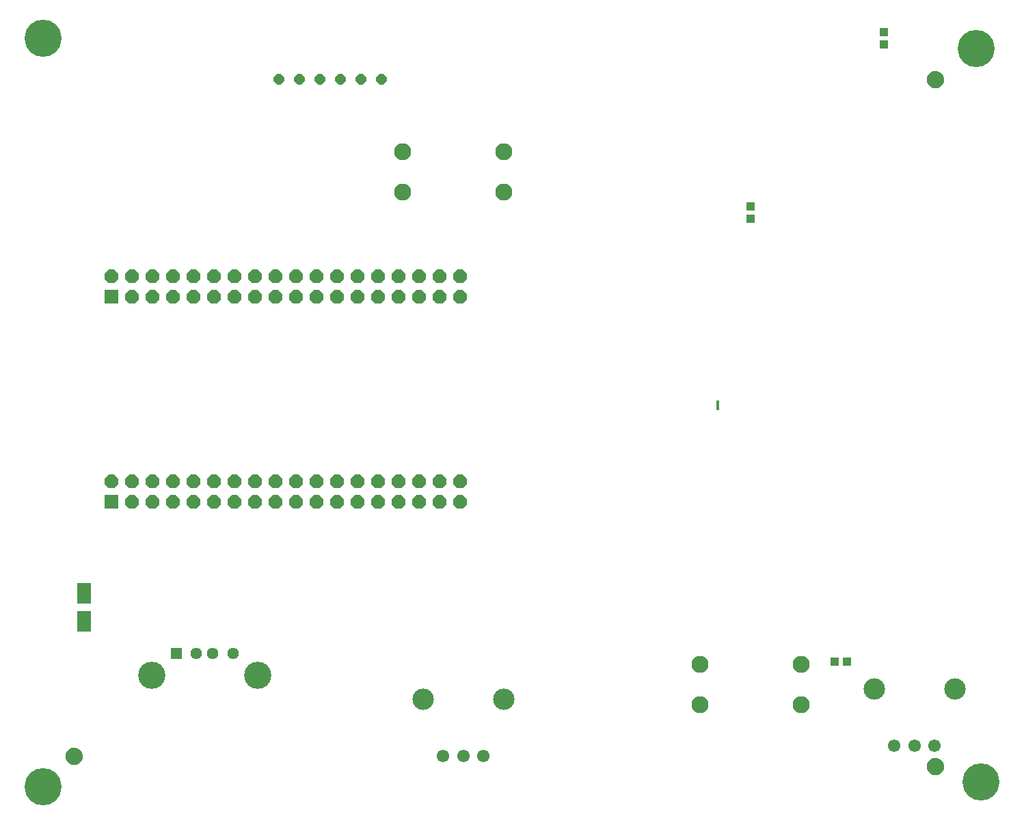
<source format=gbr>
G04 EAGLE Gerber RS-274X export*
G75*
%MOMM*%
%FSLAX34Y34*%
%LPD*%
%INSoldermask Top*%
%IPPOS*%
%AMOC8*
5,1,8,0,0,1.08239X$1,22.5*%
G01*
%ADD10P,1.396628X8X22.500000*%
%ADD11C,1.552400*%
%ADD12C,2.652400*%
%ADD13C,2.112400*%
%ADD14R,1.052400X1.052400*%
%ADD15R,1.676400X1.676400*%
%ADD16P,1.814519X8X22.500000*%
%ADD17R,1.440400X1.440400*%
%ADD18C,1.440400*%
%ADD19C,3.372400*%
%ADD20C,4.597400*%
%ADD21C,0.609600*%
%ADD22C,1.168400*%
%ADD23R,0.300000X1.300000*%
%ADD24R,1.752400X2.652400*%


D10*
X330200Y914400D03*
X355600Y914400D03*
D11*
X1092600Y88900D03*
X1117600Y88900D03*
X1142600Y88900D03*
D12*
X1067600Y158900D03*
X1167600Y158900D03*
D13*
X608600Y825100D03*
X608600Y775100D03*
X483600Y775100D03*
X483600Y825100D03*
D14*
X914400Y756800D03*
X914400Y741800D03*
D15*
X122600Y390900D03*
D16*
X122600Y416300D03*
X148000Y390900D03*
X148000Y416300D03*
X173400Y390900D03*
X173400Y416300D03*
X198800Y390900D03*
X198800Y416300D03*
X224200Y390900D03*
X224200Y416300D03*
X249600Y390900D03*
X249600Y416300D03*
X275000Y390900D03*
X275000Y416300D03*
X300400Y390900D03*
X300400Y416300D03*
X325800Y390900D03*
X325800Y416300D03*
X351200Y390900D03*
X351200Y416300D03*
X376600Y390900D03*
X376600Y416300D03*
X402000Y390900D03*
X402000Y416300D03*
X427400Y390900D03*
X427400Y416300D03*
X452800Y390900D03*
X452800Y416300D03*
X478200Y390900D03*
X478200Y416300D03*
X503600Y390900D03*
X503600Y416300D03*
X529000Y390900D03*
X529000Y416300D03*
X554400Y390900D03*
X554400Y416300D03*
D15*
X122600Y644900D03*
D16*
X122600Y670300D03*
X148000Y644900D03*
X148000Y670300D03*
X173400Y644900D03*
X173400Y670300D03*
X198800Y644900D03*
X198800Y670300D03*
X224200Y644900D03*
X224200Y670300D03*
X249600Y644900D03*
X249600Y670300D03*
X275000Y644900D03*
X275000Y670300D03*
X300400Y644900D03*
X300400Y670300D03*
X325800Y644900D03*
X325800Y670300D03*
X351200Y644900D03*
X351200Y670300D03*
X376600Y644900D03*
X376600Y670300D03*
X402000Y644900D03*
X402000Y670300D03*
X427400Y644900D03*
X427400Y670300D03*
X452800Y644900D03*
X452800Y670300D03*
X478200Y644900D03*
X478200Y670300D03*
X503600Y644900D03*
X503600Y670300D03*
X529000Y644900D03*
X529000Y670300D03*
X554400Y644900D03*
X554400Y670300D03*
D10*
X381000Y914400D03*
X406400Y914400D03*
X431800Y914400D03*
X457200Y914400D03*
D11*
X533800Y76200D03*
X558800Y76200D03*
X583800Y76200D03*
D12*
X508800Y146200D03*
X608800Y146200D03*
D13*
X851900Y140100D03*
X851900Y190100D03*
X976900Y190100D03*
X976900Y140100D03*
D14*
X1018660Y193040D03*
X1033660Y193040D03*
D17*
X203200Y203200D03*
D18*
X228200Y203200D03*
X248200Y203200D03*
X273200Y203200D03*
D19*
X172500Y176100D03*
X303900Y176100D03*
D20*
X38100Y965200D03*
D21*
X68580Y76200D02*
X68582Y76387D01*
X68589Y76574D01*
X68601Y76761D01*
X68617Y76947D01*
X68637Y77133D01*
X68662Y77318D01*
X68692Y77503D01*
X68726Y77687D01*
X68765Y77870D01*
X68808Y78052D01*
X68856Y78232D01*
X68908Y78412D01*
X68965Y78590D01*
X69025Y78767D01*
X69091Y78942D01*
X69160Y79116D01*
X69234Y79288D01*
X69312Y79458D01*
X69394Y79626D01*
X69480Y79792D01*
X69570Y79956D01*
X69664Y80117D01*
X69762Y80277D01*
X69864Y80433D01*
X69970Y80588D01*
X70080Y80739D01*
X70193Y80888D01*
X70310Y81034D01*
X70430Y81177D01*
X70554Y81317D01*
X70681Y81454D01*
X70812Y81588D01*
X70946Y81719D01*
X71083Y81846D01*
X71223Y81970D01*
X71366Y82090D01*
X71512Y82207D01*
X71661Y82320D01*
X71812Y82430D01*
X71967Y82536D01*
X72123Y82638D01*
X72283Y82736D01*
X72444Y82830D01*
X72608Y82920D01*
X72774Y83006D01*
X72942Y83088D01*
X73112Y83166D01*
X73284Y83240D01*
X73458Y83309D01*
X73633Y83375D01*
X73810Y83435D01*
X73988Y83492D01*
X74168Y83544D01*
X74348Y83592D01*
X74530Y83635D01*
X74713Y83674D01*
X74897Y83708D01*
X75082Y83738D01*
X75267Y83763D01*
X75453Y83783D01*
X75639Y83799D01*
X75826Y83811D01*
X76013Y83818D01*
X76200Y83820D01*
X76387Y83818D01*
X76574Y83811D01*
X76761Y83799D01*
X76947Y83783D01*
X77133Y83763D01*
X77318Y83738D01*
X77503Y83708D01*
X77687Y83674D01*
X77870Y83635D01*
X78052Y83592D01*
X78232Y83544D01*
X78412Y83492D01*
X78590Y83435D01*
X78767Y83375D01*
X78942Y83309D01*
X79116Y83240D01*
X79288Y83166D01*
X79458Y83088D01*
X79626Y83006D01*
X79792Y82920D01*
X79956Y82830D01*
X80117Y82736D01*
X80277Y82638D01*
X80433Y82536D01*
X80588Y82430D01*
X80739Y82320D01*
X80888Y82207D01*
X81034Y82090D01*
X81177Y81970D01*
X81317Y81846D01*
X81454Y81719D01*
X81588Y81588D01*
X81719Y81454D01*
X81846Y81317D01*
X81970Y81177D01*
X82090Y81034D01*
X82207Y80888D01*
X82320Y80739D01*
X82430Y80588D01*
X82536Y80433D01*
X82638Y80277D01*
X82736Y80117D01*
X82830Y79956D01*
X82920Y79792D01*
X83006Y79626D01*
X83088Y79458D01*
X83166Y79288D01*
X83240Y79116D01*
X83309Y78942D01*
X83375Y78767D01*
X83435Y78590D01*
X83492Y78412D01*
X83544Y78232D01*
X83592Y78052D01*
X83635Y77870D01*
X83674Y77687D01*
X83708Y77503D01*
X83738Y77318D01*
X83763Y77133D01*
X83783Y76947D01*
X83799Y76761D01*
X83811Y76574D01*
X83818Y76387D01*
X83820Y76200D01*
X83818Y76013D01*
X83811Y75826D01*
X83799Y75639D01*
X83783Y75453D01*
X83763Y75267D01*
X83738Y75082D01*
X83708Y74897D01*
X83674Y74713D01*
X83635Y74530D01*
X83592Y74348D01*
X83544Y74168D01*
X83492Y73988D01*
X83435Y73810D01*
X83375Y73633D01*
X83309Y73458D01*
X83240Y73284D01*
X83166Y73112D01*
X83088Y72942D01*
X83006Y72774D01*
X82920Y72608D01*
X82830Y72444D01*
X82736Y72283D01*
X82638Y72123D01*
X82536Y71967D01*
X82430Y71812D01*
X82320Y71661D01*
X82207Y71512D01*
X82090Y71366D01*
X81970Y71223D01*
X81846Y71083D01*
X81719Y70946D01*
X81588Y70812D01*
X81454Y70681D01*
X81317Y70554D01*
X81177Y70430D01*
X81034Y70310D01*
X80888Y70193D01*
X80739Y70080D01*
X80588Y69970D01*
X80433Y69864D01*
X80277Y69762D01*
X80117Y69664D01*
X79956Y69570D01*
X79792Y69480D01*
X79626Y69394D01*
X79458Y69312D01*
X79288Y69234D01*
X79116Y69160D01*
X78942Y69091D01*
X78767Y69025D01*
X78590Y68965D01*
X78412Y68908D01*
X78232Y68856D01*
X78052Y68808D01*
X77870Y68765D01*
X77687Y68726D01*
X77503Y68692D01*
X77318Y68662D01*
X77133Y68637D01*
X76947Y68617D01*
X76761Y68601D01*
X76574Y68589D01*
X76387Y68582D01*
X76200Y68580D01*
X76013Y68582D01*
X75826Y68589D01*
X75639Y68601D01*
X75453Y68617D01*
X75267Y68637D01*
X75082Y68662D01*
X74897Y68692D01*
X74713Y68726D01*
X74530Y68765D01*
X74348Y68808D01*
X74168Y68856D01*
X73988Y68908D01*
X73810Y68965D01*
X73633Y69025D01*
X73458Y69091D01*
X73284Y69160D01*
X73112Y69234D01*
X72942Y69312D01*
X72774Y69394D01*
X72608Y69480D01*
X72444Y69570D01*
X72283Y69664D01*
X72123Y69762D01*
X71967Y69864D01*
X71812Y69970D01*
X71661Y70080D01*
X71512Y70193D01*
X71366Y70310D01*
X71223Y70430D01*
X71083Y70554D01*
X70946Y70681D01*
X70812Y70812D01*
X70681Y70946D01*
X70554Y71083D01*
X70430Y71223D01*
X70310Y71366D01*
X70193Y71512D01*
X70080Y71661D01*
X69970Y71812D01*
X69864Y71967D01*
X69762Y72123D01*
X69664Y72283D01*
X69570Y72444D01*
X69480Y72608D01*
X69394Y72774D01*
X69312Y72942D01*
X69234Y73112D01*
X69160Y73284D01*
X69091Y73458D01*
X69025Y73633D01*
X68965Y73810D01*
X68908Y73988D01*
X68856Y74168D01*
X68808Y74348D01*
X68765Y74530D01*
X68726Y74713D01*
X68692Y74897D01*
X68662Y75082D01*
X68637Y75267D01*
X68617Y75453D01*
X68601Y75639D01*
X68589Y75826D01*
X68582Y76013D01*
X68580Y76200D01*
D22*
X76200Y76200D03*
D21*
X1135380Y914400D02*
X1135382Y914587D01*
X1135389Y914774D01*
X1135401Y914961D01*
X1135417Y915147D01*
X1135437Y915333D01*
X1135462Y915518D01*
X1135492Y915703D01*
X1135526Y915887D01*
X1135565Y916070D01*
X1135608Y916252D01*
X1135656Y916432D01*
X1135708Y916612D01*
X1135765Y916790D01*
X1135825Y916967D01*
X1135891Y917142D01*
X1135960Y917316D01*
X1136034Y917488D01*
X1136112Y917658D01*
X1136194Y917826D01*
X1136280Y917992D01*
X1136370Y918156D01*
X1136464Y918317D01*
X1136562Y918477D01*
X1136664Y918633D01*
X1136770Y918788D01*
X1136880Y918939D01*
X1136993Y919088D01*
X1137110Y919234D01*
X1137230Y919377D01*
X1137354Y919517D01*
X1137481Y919654D01*
X1137612Y919788D01*
X1137746Y919919D01*
X1137883Y920046D01*
X1138023Y920170D01*
X1138166Y920290D01*
X1138312Y920407D01*
X1138461Y920520D01*
X1138612Y920630D01*
X1138767Y920736D01*
X1138923Y920838D01*
X1139083Y920936D01*
X1139244Y921030D01*
X1139408Y921120D01*
X1139574Y921206D01*
X1139742Y921288D01*
X1139912Y921366D01*
X1140084Y921440D01*
X1140258Y921509D01*
X1140433Y921575D01*
X1140610Y921635D01*
X1140788Y921692D01*
X1140968Y921744D01*
X1141148Y921792D01*
X1141330Y921835D01*
X1141513Y921874D01*
X1141697Y921908D01*
X1141882Y921938D01*
X1142067Y921963D01*
X1142253Y921983D01*
X1142439Y921999D01*
X1142626Y922011D01*
X1142813Y922018D01*
X1143000Y922020D01*
X1143187Y922018D01*
X1143374Y922011D01*
X1143561Y921999D01*
X1143747Y921983D01*
X1143933Y921963D01*
X1144118Y921938D01*
X1144303Y921908D01*
X1144487Y921874D01*
X1144670Y921835D01*
X1144852Y921792D01*
X1145032Y921744D01*
X1145212Y921692D01*
X1145390Y921635D01*
X1145567Y921575D01*
X1145742Y921509D01*
X1145916Y921440D01*
X1146088Y921366D01*
X1146258Y921288D01*
X1146426Y921206D01*
X1146592Y921120D01*
X1146756Y921030D01*
X1146917Y920936D01*
X1147077Y920838D01*
X1147233Y920736D01*
X1147388Y920630D01*
X1147539Y920520D01*
X1147688Y920407D01*
X1147834Y920290D01*
X1147977Y920170D01*
X1148117Y920046D01*
X1148254Y919919D01*
X1148388Y919788D01*
X1148519Y919654D01*
X1148646Y919517D01*
X1148770Y919377D01*
X1148890Y919234D01*
X1149007Y919088D01*
X1149120Y918939D01*
X1149230Y918788D01*
X1149336Y918633D01*
X1149438Y918477D01*
X1149536Y918317D01*
X1149630Y918156D01*
X1149720Y917992D01*
X1149806Y917826D01*
X1149888Y917658D01*
X1149966Y917488D01*
X1150040Y917316D01*
X1150109Y917142D01*
X1150175Y916967D01*
X1150235Y916790D01*
X1150292Y916612D01*
X1150344Y916432D01*
X1150392Y916252D01*
X1150435Y916070D01*
X1150474Y915887D01*
X1150508Y915703D01*
X1150538Y915518D01*
X1150563Y915333D01*
X1150583Y915147D01*
X1150599Y914961D01*
X1150611Y914774D01*
X1150618Y914587D01*
X1150620Y914400D01*
X1150618Y914213D01*
X1150611Y914026D01*
X1150599Y913839D01*
X1150583Y913653D01*
X1150563Y913467D01*
X1150538Y913282D01*
X1150508Y913097D01*
X1150474Y912913D01*
X1150435Y912730D01*
X1150392Y912548D01*
X1150344Y912368D01*
X1150292Y912188D01*
X1150235Y912010D01*
X1150175Y911833D01*
X1150109Y911658D01*
X1150040Y911484D01*
X1149966Y911312D01*
X1149888Y911142D01*
X1149806Y910974D01*
X1149720Y910808D01*
X1149630Y910644D01*
X1149536Y910483D01*
X1149438Y910323D01*
X1149336Y910167D01*
X1149230Y910012D01*
X1149120Y909861D01*
X1149007Y909712D01*
X1148890Y909566D01*
X1148770Y909423D01*
X1148646Y909283D01*
X1148519Y909146D01*
X1148388Y909012D01*
X1148254Y908881D01*
X1148117Y908754D01*
X1147977Y908630D01*
X1147834Y908510D01*
X1147688Y908393D01*
X1147539Y908280D01*
X1147388Y908170D01*
X1147233Y908064D01*
X1147077Y907962D01*
X1146917Y907864D01*
X1146756Y907770D01*
X1146592Y907680D01*
X1146426Y907594D01*
X1146258Y907512D01*
X1146088Y907434D01*
X1145916Y907360D01*
X1145742Y907291D01*
X1145567Y907225D01*
X1145390Y907165D01*
X1145212Y907108D01*
X1145032Y907056D01*
X1144852Y907008D01*
X1144670Y906965D01*
X1144487Y906926D01*
X1144303Y906892D01*
X1144118Y906862D01*
X1143933Y906837D01*
X1143747Y906817D01*
X1143561Y906801D01*
X1143374Y906789D01*
X1143187Y906782D01*
X1143000Y906780D01*
X1142813Y906782D01*
X1142626Y906789D01*
X1142439Y906801D01*
X1142253Y906817D01*
X1142067Y906837D01*
X1141882Y906862D01*
X1141697Y906892D01*
X1141513Y906926D01*
X1141330Y906965D01*
X1141148Y907008D01*
X1140968Y907056D01*
X1140788Y907108D01*
X1140610Y907165D01*
X1140433Y907225D01*
X1140258Y907291D01*
X1140084Y907360D01*
X1139912Y907434D01*
X1139742Y907512D01*
X1139574Y907594D01*
X1139408Y907680D01*
X1139244Y907770D01*
X1139083Y907864D01*
X1138923Y907962D01*
X1138767Y908064D01*
X1138612Y908170D01*
X1138461Y908280D01*
X1138312Y908393D01*
X1138166Y908510D01*
X1138023Y908630D01*
X1137883Y908754D01*
X1137746Y908881D01*
X1137612Y909012D01*
X1137481Y909146D01*
X1137354Y909283D01*
X1137230Y909423D01*
X1137110Y909566D01*
X1136993Y909712D01*
X1136880Y909861D01*
X1136770Y910012D01*
X1136664Y910167D01*
X1136562Y910323D01*
X1136464Y910483D01*
X1136370Y910644D01*
X1136280Y910808D01*
X1136194Y910974D01*
X1136112Y911142D01*
X1136034Y911312D01*
X1135960Y911484D01*
X1135891Y911658D01*
X1135825Y911833D01*
X1135765Y912010D01*
X1135708Y912188D01*
X1135656Y912368D01*
X1135608Y912548D01*
X1135565Y912730D01*
X1135526Y912913D01*
X1135492Y913097D01*
X1135462Y913282D01*
X1135437Y913467D01*
X1135417Y913653D01*
X1135401Y913839D01*
X1135389Y914026D01*
X1135382Y914213D01*
X1135380Y914400D01*
D22*
X1143000Y914400D03*
D21*
X1135380Y63500D02*
X1135382Y63687D01*
X1135389Y63874D01*
X1135401Y64061D01*
X1135417Y64247D01*
X1135437Y64433D01*
X1135462Y64618D01*
X1135492Y64803D01*
X1135526Y64987D01*
X1135565Y65170D01*
X1135608Y65352D01*
X1135656Y65532D01*
X1135708Y65712D01*
X1135765Y65890D01*
X1135825Y66067D01*
X1135891Y66242D01*
X1135960Y66416D01*
X1136034Y66588D01*
X1136112Y66758D01*
X1136194Y66926D01*
X1136280Y67092D01*
X1136370Y67256D01*
X1136464Y67417D01*
X1136562Y67577D01*
X1136664Y67733D01*
X1136770Y67888D01*
X1136880Y68039D01*
X1136993Y68188D01*
X1137110Y68334D01*
X1137230Y68477D01*
X1137354Y68617D01*
X1137481Y68754D01*
X1137612Y68888D01*
X1137746Y69019D01*
X1137883Y69146D01*
X1138023Y69270D01*
X1138166Y69390D01*
X1138312Y69507D01*
X1138461Y69620D01*
X1138612Y69730D01*
X1138767Y69836D01*
X1138923Y69938D01*
X1139083Y70036D01*
X1139244Y70130D01*
X1139408Y70220D01*
X1139574Y70306D01*
X1139742Y70388D01*
X1139912Y70466D01*
X1140084Y70540D01*
X1140258Y70609D01*
X1140433Y70675D01*
X1140610Y70735D01*
X1140788Y70792D01*
X1140968Y70844D01*
X1141148Y70892D01*
X1141330Y70935D01*
X1141513Y70974D01*
X1141697Y71008D01*
X1141882Y71038D01*
X1142067Y71063D01*
X1142253Y71083D01*
X1142439Y71099D01*
X1142626Y71111D01*
X1142813Y71118D01*
X1143000Y71120D01*
X1143187Y71118D01*
X1143374Y71111D01*
X1143561Y71099D01*
X1143747Y71083D01*
X1143933Y71063D01*
X1144118Y71038D01*
X1144303Y71008D01*
X1144487Y70974D01*
X1144670Y70935D01*
X1144852Y70892D01*
X1145032Y70844D01*
X1145212Y70792D01*
X1145390Y70735D01*
X1145567Y70675D01*
X1145742Y70609D01*
X1145916Y70540D01*
X1146088Y70466D01*
X1146258Y70388D01*
X1146426Y70306D01*
X1146592Y70220D01*
X1146756Y70130D01*
X1146917Y70036D01*
X1147077Y69938D01*
X1147233Y69836D01*
X1147388Y69730D01*
X1147539Y69620D01*
X1147688Y69507D01*
X1147834Y69390D01*
X1147977Y69270D01*
X1148117Y69146D01*
X1148254Y69019D01*
X1148388Y68888D01*
X1148519Y68754D01*
X1148646Y68617D01*
X1148770Y68477D01*
X1148890Y68334D01*
X1149007Y68188D01*
X1149120Y68039D01*
X1149230Y67888D01*
X1149336Y67733D01*
X1149438Y67577D01*
X1149536Y67417D01*
X1149630Y67256D01*
X1149720Y67092D01*
X1149806Y66926D01*
X1149888Y66758D01*
X1149966Y66588D01*
X1150040Y66416D01*
X1150109Y66242D01*
X1150175Y66067D01*
X1150235Y65890D01*
X1150292Y65712D01*
X1150344Y65532D01*
X1150392Y65352D01*
X1150435Y65170D01*
X1150474Y64987D01*
X1150508Y64803D01*
X1150538Y64618D01*
X1150563Y64433D01*
X1150583Y64247D01*
X1150599Y64061D01*
X1150611Y63874D01*
X1150618Y63687D01*
X1150620Y63500D01*
X1150618Y63313D01*
X1150611Y63126D01*
X1150599Y62939D01*
X1150583Y62753D01*
X1150563Y62567D01*
X1150538Y62382D01*
X1150508Y62197D01*
X1150474Y62013D01*
X1150435Y61830D01*
X1150392Y61648D01*
X1150344Y61468D01*
X1150292Y61288D01*
X1150235Y61110D01*
X1150175Y60933D01*
X1150109Y60758D01*
X1150040Y60584D01*
X1149966Y60412D01*
X1149888Y60242D01*
X1149806Y60074D01*
X1149720Y59908D01*
X1149630Y59744D01*
X1149536Y59583D01*
X1149438Y59423D01*
X1149336Y59267D01*
X1149230Y59112D01*
X1149120Y58961D01*
X1149007Y58812D01*
X1148890Y58666D01*
X1148770Y58523D01*
X1148646Y58383D01*
X1148519Y58246D01*
X1148388Y58112D01*
X1148254Y57981D01*
X1148117Y57854D01*
X1147977Y57730D01*
X1147834Y57610D01*
X1147688Y57493D01*
X1147539Y57380D01*
X1147388Y57270D01*
X1147233Y57164D01*
X1147077Y57062D01*
X1146917Y56964D01*
X1146756Y56870D01*
X1146592Y56780D01*
X1146426Y56694D01*
X1146258Y56612D01*
X1146088Y56534D01*
X1145916Y56460D01*
X1145742Y56391D01*
X1145567Y56325D01*
X1145390Y56265D01*
X1145212Y56208D01*
X1145032Y56156D01*
X1144852Y56108D01*
X1144670Y56065D01*
X1144487Y56026D01*
X1144303Y55992D01*
X1144118Y55962D01*
X1143933Y55937D01*
X1143747Y55917D01*
X1143561Y55901D01*
X1143374Y55889D01*
X1143187Y55882D01*
X1143000Y55880D01*
X1142813Y55882D01*
X1142626Y55889D01*
X1142439Y55901D01*
X1142253Y55917D01*
X1142067Y55937D01*
X1141882Y55962D01*
X1141697Y55992D01*
X1141513Y56026D01*
X1141330Y56065D01*
X1141148Y56108D01*
X1140968Y56156D01*
X1140788Y56208D01*
X1140610Y56265D01*
X1140433Y56325D01*
X1140258Y56391D01*
X1140084Y56460D01*
X1139912Y56534D01*
X1139742Y56612D01*
X1139574Y56694D01*
X1139408Y56780D01*
X1139244Y56870D01*
X1139083Y56964D01*
X1138923Y57062D01*
X1138767Y57164D01*
X1138612Y57270D01*
X1138461Y57380D01*
X1138312Y57493D01*
X1138166Y57610D01*
X1138023Y57730D01*
X1137883Y57854D01*
X1137746Y57981D01*
X1137612Y58112D01*
X1137481Y58246D01*
X1137354Y58383D01*
X1137230Y58523D01*
X1137110Y58666D01*
X1136993Y58812D01*
X1136880Y58961D01*
X1136770Y59112D01*
X1136664Y59267D01*
X1136562Y59423D01*
X1136464Y59583D01*
X1136370Y59744D01*
X1136280Y59908D01*
X1136194Y60074D01*
X1136112Y60242D01*
X1136034Y60412D01*
X1135960Y60584D01*
X1135891Y60758D01*
X1135825Y60933D01*
X1135765Y61110D01*
X1135708Y61288D01*
X1135656Y61468D01*
X1135608Y61648D01*
X1135565Y61830D01*
X1135526Y62013D01*
X1135492Y62197D01*
X1135462Y62382D01*
X1135437Y62567D01*
X1135417Y62753D01*
X1135401Y62939D01*
X1135389Y63126D01*
X1135382Y63313D01*
X1135380Y63500D01*
D22*
X1143000Y63500D03*
D20*
X38100Y38100D03*
X1200150Y44450D03*
X1193800Y952500D03*
D14*
X1079500Y957700D03*
X1079500Y972700D03*
D23*
X873800Y510400D03*
D24*
X88900Y277850D03*
X88900Y242850D03*
M02*

</source>
